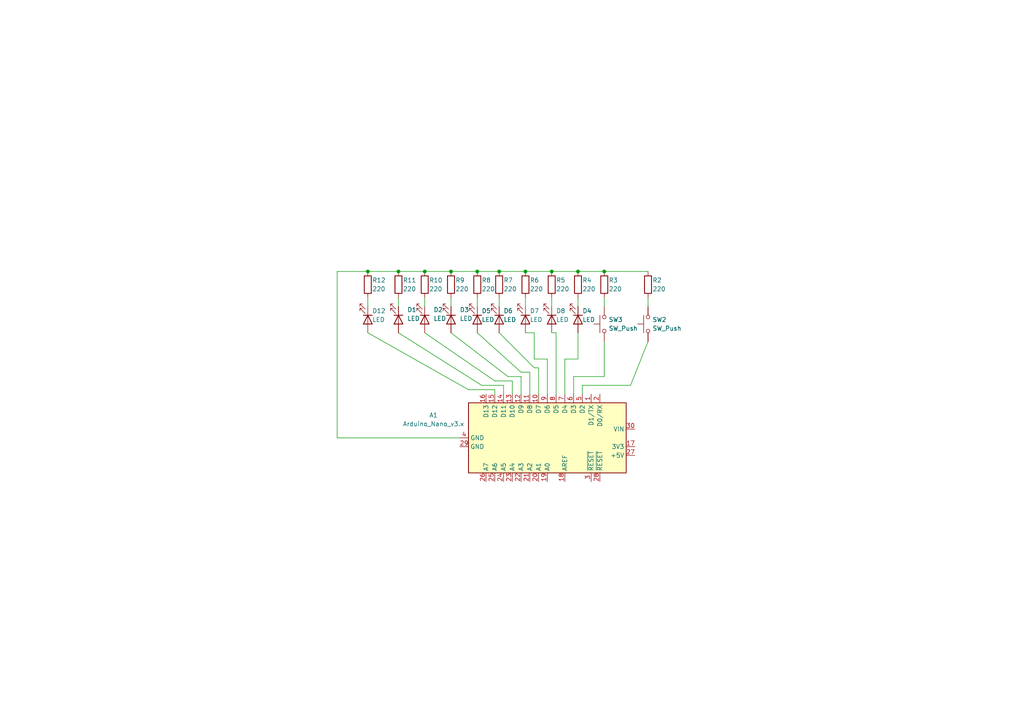
<source format=kicad_sch>
(kicad_sch (version 20211123) (generator eeschema)
  (paper "A4")
  (lib_symbols
    (symbol "Device:LED" (pin_numbers hide) (pin_names (offset 1.016) hide)
      (property "Reference" "D" (at 0 2.54 0))
      (property "Value" "LED" (at 0 -2.54 0))
      (symbol "LED_0_1"
        (polyline (pts (xy -1.27 -1.27) (xy -1.27 1.27)) (stroke (width 0.254)))
        (polyline (pts (xy -1.27 0) (xy 1.27 0)))
        (polyline (pts (xy 1.27 -1.27) (xy 1.27 1.27) (xy -1.27 0) (xy 1.27 -1.27)) (stroke (width 0.254)))
        (polyline (pts (xy -3.048 -0.762) (xy -4.572 -2.286) (xy -3.81 -2.286) (xy -4.572 -2.286) (xy -4.572 -1.524)))
        (polyline (pts (xy -1.778 -0.762) (xy -3.302 -2.286) (xy -2.54 -2.286) (xy -3.302 -2.286) (xy -3.302 -1.524)))
      )
      (symbol "LED_1_1"
        (pin passive line (at -3.81 0 0) (length 2.54) (name "K") (number "1"))
        (pin passive line (at 3.81 0 180) (length 2.54) (name "A") (number "2"))
      )
    )
    (symbol "Device:R" (pin_numbers hide) (pin_names (offset 0))
      (property "Reference" "R" (at 2.032 0 90))
      (property "Value" "R" (at 0 0 90))
      (symbol "R_0_1"
        (rectangle (start -1.016 -2.54) (end 1.016 2.54) (stroke (width 0.254)))
      )
      (symbol "R_1_1"
        (pin passive line (at 0 3.81 270) (length 1.27) (name "~") (number "1"))
        (pin passive line (at 0 -3.81 90) (length 1.27) (name "~") (number "2"))
      )
    )
    (symbol "MCU_Module:Arduino_Nano_v3.x"
      (property "Reference" "A" (at -10.16 23.495 0))
      (property "Value" "Arduino_Nano_v3.x" (at 5.08 -24.13 0))
      (symbol "Arduino_Nano_v3.x_0_1"
        (rectangle (start -10.16 22.86) (end 10.16 -22.86) (stroke (width 0.254)) (fill (type background)))
      )
      (symbol "Arduino_Nano_v3.x_1_1"
        (pin bidirectional line (at -12.7 12.7 0) (length 2.54) (name "D1/TX") (number "1"))
        (pin bidirectional line (at -12.7 -2.54 0) (length 2.54) (name "D7") (number "10"))
        (pin bidirectional line (at -12.7 -5.08 0) (length 2.54) (name "D8") (number "11"))
        (pin bidirectional line (at -12.7 -7.62 0) (length 2.54) (name "D9") (number "12"))
        (pin bidirectional line (at -12.7 -10.16 0) (length 2.54) (name "D10") (number "13"))
        (pin bidirectional line (at -12.7 -12.7 0) (length 2.54) (name "D11") (number "14"))
        (pin bidirectional line (at -12.7 -15.24 0) (length 2.54) (name "D12") (number "15"))
        (pin bidirectional line (at -12.7 -17.78 0) (length 2.54) (name "D13") (number "16"))
        (pin power_out line (at 2.54 25.4 270) (length 2.54) (name "3V3") (number "17"))
        (pin input line (at 12.7 5.08 180) (length 2.54) (name "AREF") (number "18"))
        (pin bidirectional line (at 12.7 0 180) (length 2.54) (name "A0") (number "19"))
        (pin bidirectional line (at -12.7 15.24 0) (length 2.54) (name "D0/RX") (number "2"))
        (pin bidirectional line (at 12.7 -2.54 180) (length 2.54) (name "A1") (number "20"))
        (pin bidirectional line (at 12.7 -5.08 180) (length 2.54) (name "A2") (number "21"))
        (pin bidirectional line (at 12.7 -7.62 180) (length 2.54) (name "A3") (number "22"))
        (pin bidirectional line (at 12.7 -10.16 180) (length 2.54) (name "A4") (number "23"))
        (pin bidirectional line (at 12.7 -12.7 180) (length 2.54) (name "A5") (number "24"))
        (pin bidirectional line (at 12.7 -15.24 180) (length 2.54) (name "A6") (number "25"))
        (pin bidirectional line (at 12.7 -17.78 180) (length 2.54) (name "A7") (number "26"))
        (pin power_out line (at 5.08 25.4 270) (length 2.54) (name "+5V") (number "27"))
        (pin input line (at 12.7 15.24 180) (length 2.54) (name "~{RESET}") (number "28"))
        (pin power_in line (at 2.54 -25.4 90) (length 2.54) (name "GND") (number "29"))
        (pin input line (at 12.7 12.7 180) (length 2.54) (name "~{RESET}") (number "3"))
        (pin power_in line (at -2.54 25.4 270) (length 2.54) (name "VIN") (number "30"))
        (pin power_in line (at 0 -25.4 90) (length 2.54) (name "GND") (number "4"))
        (pin bidirectional line (at -12.7 10.16 0) (length 2.54) (name "D2") (number "5"))
        (pin bidirectional line (at -12.7 7.62 0) (length 2.54) (name "D3") (number "6"))
        (pin bidirectional line (at -12.7 5.08 0) (length 2.54) (name "D4") (number "7"))
        (pin bidirectional line (at -12.7 2.54 0) (length 2.54) (name "D5") (number "8"))
        (pin bidirectional line (at -12.7 0 0) (length 2.54) (name "D6") (number "9"))
      )
    )
    (symbol "Switch:SW_Push" (pin_numbers hide) (pin_names (offset 1.016) hide)
      (property "Reference" "SW" (at 1.27 2.54 0))
      (property "Value" "SW_Push" (at 0 -1.524 0))
      (symbol "SW_Push_0_1"
        (circle (center -2.032 0) (radius 0.508))
        (polyline (pts (xy 0 1.27) (xy 0 3.048)))
        (polyline (pts (xy 2.54 1.27) (xy -2.54 1.27)))
        (circle (center 2.032 0) (radius 0.508))
        (pin passive line (at -5.08 0 0) (length 2.54) (name "1") (number "1"))
        (pin passive line (at 5.08 0 180) (length 2.54) (name "2") (number "2"))
      )
    )
  )
  (junction (at 115.57 78.74))
  (junction (at 130.81 78.74))
  (junction (at 175.26 78.74))
  (junction (at 167.64 78.74))
  (junction (at 106.68 78.74))
  (junction (at 138.43 78.74))
  (junction (at 123.19 78.74))
  (junction (at 152.4 78.74))
  (junction (at 144.78 78.74))
  (junction (at 160.02 78.74))
  (wire (pts (xy 123.19 78.74) (xy 115.57 78.74)))
  (wire (pts (xy 163.83 114.3) (xy 163.83 104.14)))
  (wire (pts (xy 167.64 78.74) (xy 175.26 78.74)))
  (wire (pts (xy 152.4 78.74) (xy 160.02 78.74)))
  (wire (pts (xy 154.94 96.52) (xy 152.4 96.52)))
  (wire (pts (xy 158.75 114.3) (xy 158.75 104.14)))
  (wire (pts (xy 187.96 99.06) (xy 182.88 111.76)))
  (wire (pts (xy 147.32 109.22) (xy 130.81 96.52)))
  (wire (pts (xy 175.26 109.22) (xy 175.26 99.06)))
  (wire (pts (xy 97.79 78.74) (xy 97.79 127)))
  (wire (pts (xy 156.21 114.3) (xy 156.21 106.68)))
  (wire (pts (xy 153.67 114.3) (xy 153.67 107.95)))
  (wire (pts (xy 152.4 86.36) (xy 152.4 88.9)))
  (wire (pts (xy 161.29 96.52) (xy 160.02 96.52)))
  (wire (pts (xy 148.59 114.3) (xy 148.59 110.49)))
  (wire (pts (xy 97.79 127) (xy 133.35 127)))
  (wire (pts (xy 135.89 113.03) (xy 106.68 96.52)))
  (wire (pts (xy 175.26 86.36) (xy 175.26 88.9)))
  (wire (pts (xy 143.51 114.3) (xy 143.51 113.03)))
  (wire (pts (xy 144.78 78.74) (xy 152.4 78.74)))
  (wire (pts (xy 156.21 106.68) (xy 154.94 106.68)))
  (wire (pts (xy 160.02 78.74) (xy 167.64 78.74)))
  (wire (pts (xy 154.94 104.14) (xy 154.94 96.52)))
  (wire (pts (xy 115.57 86.36) (xy 115.57 88.9)))
  (wire (pts (xy 146.05 114.3) (xy 146.05 111.76)))
  (wire (pts (xy 158.75 104.14) (xy 154.94 104.14)))
  (wire (pts (xy 151.13 114.3) (xy 151.13 109.22)))
  (wire (pts (xy 138.43 86.36) (xy 138.43 88.9)))
  (wire (pts (xy 144.78 86.36) (xy 144.78 88.9)))
  (wire (pts (xy 187.96 78.74) (xy 175.26 78.74)))
  (wire (pts (xy 106.68 78.74) (xy 115.57 78.74)))
  (wire (pts (xy 168.91 111.76) (xy 182.88 111.76)))
  (wire (pts (xy 187.96 86.36) (xy 187.96 88.9)))
  (wire (pts (xy 106.68 78.74) (xy 97.79 78.74)))
  (wire (pts (xy 163.83 104.14) (xy 167.64 104.14)))
  (wire (pts (xy 166.37 114.3) (xy 166.37 109.22)))
  (wire (pts (xy 168.91 114.3) (xy 168.91 111.76)))
  (wire (pts (xy 148.59 110.49) (xy 143.51 110.49)))
  (wire (pts (xy 143.51 110.49) (xy 123.19 96.52)))
  (wire (pts (xy 160.02 86.36) (xy 160.02 88.9)))
  (wire (pts (xy 161.29 114.3) (xy 161.29 96.52)))
  (wire (pts (xy 146.05 111.76) (xy 139.7 111.76)))
  (wire (pts (xy 143.51 113.03) (xy 135.89 113.03)))
  (wire (pts (xy 166.37 109.22) (xy 175.26 109.22)))
  (wire (pts (xy 167.64 104.14) (xy 167.64 96.52)))
  (wire (pts (xy 144.78 78.74) (xy 138.43 78.74)))
  (wire (pts (xy 167.64 86.36) (xy 167.64 88.9)))
  (wire (pts (xy 151.13 107.95) (xy 138.43 96.52)))
  (wire (pts (xy 130.81 86.36) (xy 130.81 88.9)))
  (wire (pts (xy 154.94 106.68) (xy 144.78 96.52)))
  (wire (pts (xy 151.13 109.22) (xy 147.32 109.22)))
  (wire (pts (xy 130.81 78.74) (xy 123.19 78.74)))
  (wire (pts (xy 106.68 86.36) (xy 106.68 88.9)))
  (wire (pts (xy 123.19 86.36) (xy 123.19 88.9)))
  (wire (pts (xy 139.7 111.76) (xy 115.57 96.52)))
  (wire (pts (xy 138.43 78.74) (xy 130.81 78.74)))
  (wire (pts (xy 153.67 107.95) (xy 151.13 107.95)))
  (symbol (lib_id "Device:R") (at 144.78 82.55 0) (unit 1)
    (property "Reference" "R7" (at 146.05 81.28 0) (effects (justify left)))
    (property "Value" "220" (at 146.05 83.82 0) (effects (justify left)))
    (property "Footprint" "Resistor_THT:R_Axial_DIN0207_L6.3mm_D2.5mm_P7.62mm_Horizontal" (effects hide))
  )
  (symbol (lib_id "Device:R") (at 160.02 82.55 0) (unit 1)
    (property "Reference" "R5" (at 161.29 81.28 0) (effects (justify left)))
    (property "Value" "220" (at 161.29 83.82 0) (effects (justify left)))
    (property "Footprint" "Resistor_THT:R_Axial_DIN0207_L6.3mm_D2.5mm_P7.62mm_Horizontal" (effects hide))
  )
  (symbol (lib_id "Device:R") (at 138.43 82.55 0) (unit 1)
    (property "Reference" "R8" (at 139.7 81.28 0) (effects (justify left)))
    (property "Value" "220" (at 139.7 83.82 0) (effects (justify left)))
    (property "Footprint" "Resistor_THT:R_Axial_DIN0207_L6.3mm_D2.5mm_P7.62mm_Horizontal" (effects hide))
  )
  (symbol (lib_id "Device:LED") (at 152.4 92.71 270) (unit 1)
    (property "Reference" "D7" (at 153.67 90.17 90) (effects (justify left)))
    (property "Value" "LED" (at 153.67 92.71 90) (effects (justify left)))
    (property "Footprint" "LED_THT:LED_D5.0mm" (effects hide))
  )
  (symbol (lib_id "Device:LED") (at 130.81 92.71 270) (unit 1)
    (property "Reference" "D3" (at 133.35 89.8524 90) (effects (justify left)))
    (property "Value" "LED" (at 133.35 92.3924 90) (effects (justify left)))
    (property "Footprint" "LED_THT:LED_D5.0mm" (effects hide))
  )
  (symbol (lib_id "Device:R") (at 106.68 82.55 0) (unit 1)
    (property "Reference" "R12" (at 107.95 81.28 0) (effects (justify left)))
    (property "Value" "220" (at 107.95 83.82 0) (effects (justify left)))
    (property "Footprint" "Resistor_THT:R_Axial_DIN0207_L6.3mm_D2.5mm_P7.62mm_Horizontal" (effects hide))
  )
  (symbol (lib_id "Device:R") (at 152.4 82.55 0) (unit 1)
    (property "Reference" "R6" (at 153.67 81.28 0) (effects (justify left)))
    (property "Value" "220" (at 153.67 83.82 0) (effects (justify left)))
    (property "Footprint" "Resistor_THT:R_Axial_DIN0207_L6.3mm_D2.5mm_P7.62mm_Horizontal" (effects hide))
  )
  (symbol (lib_id "Device:LED") (at 115.57 92.71 270) (unit 1)
    (property "Reference" "D1" (at 118.11 89.8524 90) (effects (justify left)))
    (property "Value" "LED" (at 118.11 92.3924 90) (effects (justify left)))
    (property "Footprint" "LED_THT:LED_D5.0mm" (effects hide))
  )
  (symbol (lib_id "Device:R") (at 115.57 82.55 0) (unit 1)
    (property "Reference" "R11" (at 116.84 81.28 0) (effects (justify left)))
    (property "Value" "220" (at 116.84 83.82 0) (effects (justify left)))
    (property "Footprint" "Resistor_THT:R_Axial_DIN0207_L6.3mm_D2.5mm_P7.62mm_Horizontal" (effects hide))
  )
  (symbol (lib_id "Device:R") (at 175.26 82.55 0) (unit 1)
    (property "Reference" "R3" (at 176.53 81.28 0) (effects (justify left)))
    (property "Value" "220" (at 176.53 83.82 0) (effects (justify left)))
    (property "Footprint" "Resistor_THT:R_Axial_DIN0207_L6.3mm_D2.5mm_P7.62mm_Horizontal" (effects hide))
  )
  (symbol (lib_id "Device:LED") (at 160.02 92.71 270) (unit 1)
    (property "Reference" "D8" (at 161.29 90.17 90) (effects (justify left)))
    (property "Value" "LED" (at 161.29 92.71 90) (effects (justify left)))
    (property "Footprint" "LED_THT:LED_D5.0mm" (effects hide))
  )
  (symbol (lib_id "Device:LED") (at 138.43 92.71 270) (unit 1)
    (property "Reference" "D5" (at 139.7 90.17 90) (effects (justify left)))
    (property "Value" "LED" (at 139.7 92.71 90) (effects (justify left)))
    (property "Footprint" "LED_THT:LED_D5.0mm" (effects hide))
  )
  (symbol (lib_id "Device:LED") (at 123.19 92.71 270) (unit 1)
    (property "Reference" "D2" (at 125.73 89.8524 90) (effects (justify left)))
    (property "Value" "LED" (at 125.73 92.3924 90) (effects (justify left)))
    (property "Footprint" "LED_THT:LED_D5.0mm" (effects hide))
  )
  (symbol (lib_id "Device:LED") (at 106.68 92.71 270) (unit 1)
    (property "Reference" "D12" (at 107.95 90.17 90) (effects (justify left)))
    (property "Value" "LED" (at 107.95 92.71 90) (effects (justify left)))
    (property "Footprint" "LED_THT:LED_D5.0mm" (effects hide))
  )
  (symbol (lib_id "Device:LED") (at 144.78 92.71 270) (unit 1)
    (property "Reference" "D6" (at 146.05 90.17 90) (effects (justify left)))
    (property "Value" "LED" (at 146.05 92.71 90) (effects (justify left)))
    (property "Footprint" "LED_THT:LED_D5.0mm" (effects hide))
  )
  (symbol (lib_id "Switch:SW_Push") (at 175.26 93.98 90) (unit 1)
    (property "Reference" "SW3" (at 176.53 92.7099 90) (effects (justify right)))
    (property "Value" "SW_Push" (at 176.53 95.2499 90) (effects (justify right)))
    (property "Footprint" "Button_Switch_THT:SW_PUSH_6mm" (effects hide))
  )
  (symbol (lib_id "Device:R") (at 130.81 82.55 0) (unit 1)
    (property "Reference" "R9" (at 132.08 81.28 0) (effects (justify left)))
    (property "Value" "220" (at 132.08 83.82 0) (effects (justify left)))
    (property "Footprint" "Resistor_THT:R_Axial_DIN0207_L6.3mm_D2.5mm_P7.62mm_Horizontal" (effects hide))
  )
  (symbol (lib_id "Device:LED") (at 167.64 92.71 270) (unit 1)
    (property "Reference" "D4" (at 168.91 90.17 90) (effects (justify left)))
    (property "Value" "LED" (at 168.91 92.71 90) (effects (justify left)))
    (property "Footprint" "LED_THT:LED_D5.0mm" (effects hide))
  )
  (symbol (lib_id "Switch:SW_Push") (at 187.96 93.98 90) (unit 1)
    (property "Reference" "SW2" (at 189.23 92.7099 90) (effects (justify right)))
    (property "Value" "SW_Push" (at 189.23 95.2499 90) (effects (justify right)))
    (property "Footprint" "Button_Switch_THT:SW_PUSH_6mm" (effects hide))
  )
  (symbol (lib_id "Device:R") (at 187.96 82.55 0) (unit 1)
    (property "Reference" "R2" (at 189.23 81.28 0) (effects (justify left)))
    (property "Value" "220" (at 189.23 83.82 0) (effects (justify left)))
    (property "Footprint" "Resistor_THT:R_Axial_DIN0207_L6.3mm_D2.5mm_P7.62mm_Horizontal" (effects hide))
  )
  (symbol (lib_id "MCU_Module:Arduino_Nano_v3.x") (at 158.75 127 270) (unit 1)
    (property "Reference" "A1" (at 125.73 120.4212 90))
    (property "Value" "Arduino_Nano_v3.x" (at 125.73 122.9612 90))
    (property "Footprint" "Module:Arduino_Nano" (effects hide))
    (property "Datasheet" "http://www.mouser.com/pdfdocs/Gravitech_Arduino_Nano3_0.pdf" (effects hide))
  )
  (symbol (lib_id "Device:R") (at 167.64 82.55 0) (unit 1)
    (property "Reference" "R4" (at 168.91 81.28 0) (effects (justify left)))
    (property "Value" "220" (at 168.91 83.82 0) (effects (justify left)))
    (property "Footprint" "Resistor_THT:R_Axial_DIN0207_L6.3mm_D2.5mm_P7.62mm_Horizontal" (effects hide))
  )
  (symbol (lib_id "Device:R") (at 123.19 82.55 0) (unit 1)
    (property "Reference" "R10" (at 124.46 81.28 0) (effects (justify left)))
    (property "Value" "220" (at 124.46 83.82 0) (effects (justify left)))
    (property "Footprint" "Resistor_THT:R_Axial_DIN0207_L6.3mm_D2.5mm_P7.62mm_Horizontal" (effects hide))
  )
)
</source>
